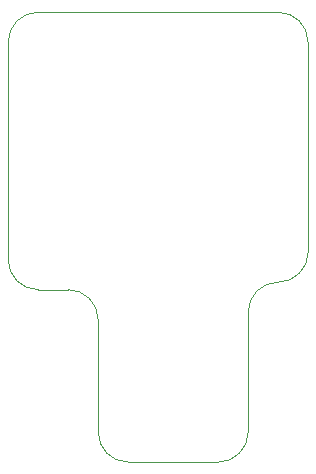
<source format=gbr>
G04 (created by PCBNEW (2013-07-07 BZR 4022)-stable) date Sun 21 May 2017 12:44:06 AM CDT*
%MOIN*%
G04 Gerber Fmt 3.4, Leading zero omitted, Abs format*
%FSLAX34Y34*%
G01*
G70*
G90*
G04 APERTURE LIST*
%ADD10C,0.00590551*%
%ADD11C,0.00393701*%
G04 APERTURE END LIST*
G54D10*
G54D11*
X125000Y-28000D02*
X125000Y-32000D01*
X120000Y-28250D02*
X120000Y-32000D01*
X127000Y-19000D02*
X127000Y-26000D01*
X118000Y-18000D02*
X126000Y-18000D01*
X117000Y-26250D02*
X117000Y-19000D01*
X119000Y-27250D02*
X118000Y-27250D01*
X121000Y-33000D02*
X124000Y-33000D01*
X120000Y-28250D02*
G75*
G03X119000Y-27250I-1000J0D01*
G74*
G01*
X126000Y-27000D02*
G75*
G03X125000Y-28000I0J-1000D01*
G74*
G01*
X124000Y-33000D02*
G75*
G03X125000Y-32000I0J1000D01*
G74*
G01*
X120000Y-32000D02*
G75*
G03X121000Y-33000I1000J0D01*
G74*
G01*
X126000Y-27000D02*
G75*
G03X127000Y-26000I0J1000D01*
G74*
G01*
X117000Y-26250D02*
G75*
G03X118000Y-27250I1000J0D01*
G74*
G01*
X127000Y-19000D02*
G75*
G03X126000Y-18000I-1000J0D01*
G74*
G01*
X118000Y-18000D02*
G75*
G03X117000Y-19000I0J-1000D01*
G74*
G01*
M02*

</source>
